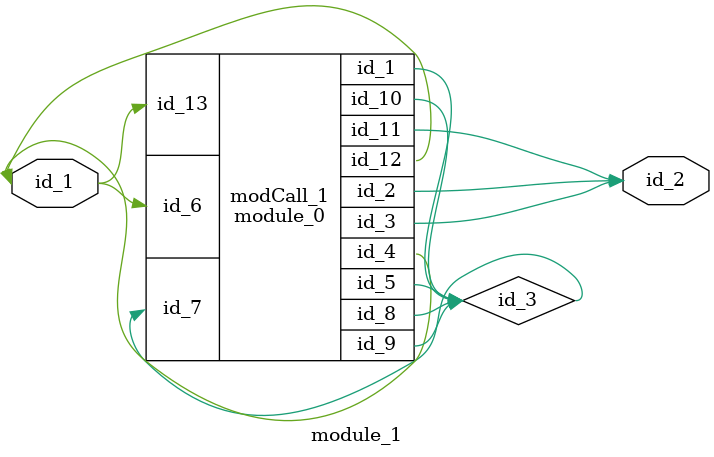
<source format=v>
module module_0 (
    id_1,
    id_2,
    id_3,
    id_4,
    id_5,
    id_6,
    id_7,
    id_8,
    id_9,
    id_10,
    id_11,
    id_12,
    id_13
);
  input wire id_13;
  output wire id_12;
  output wire id_11;
  output wire id_10;
  output wire id_9;
  output wire id_8;
  input wire id_7;
  input wire id_6;
  output wire id_5;
  output wire id_4;
  output wire id_3;
  output wire id_2;
  inout wire id_1;
  assign id_10 = id_13;
  wire id_14;
  wire id_15;
  assign id_5 = id_14;
  wire id_16;
endmodule
module module_1 (
    id_1,
    id_2
);
  output wire id_2;
  inout wire id_1;
  wire id_3;
  module_0 modCall_1 (
      id_3,
      id_2,
      id_2,
      id_1,
      id_3,
      id_1,
      id_3,
      id_3,
      id_3,
      id_3,
      id_2,
      id_1,
      id_1
  );
  wire id_4;
  wire id_5;
endmodule

</source>
